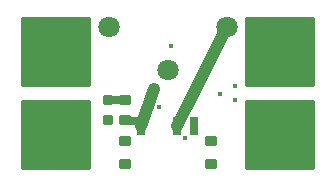
<source format=gtl>
G04*
G04 #@! TF.GenerationSoftware,Altium Limited,Altium Designer,21.9.2 (33)*
G04*
G04 Layer_Physical_Order=1*
G04 Layer_Color=255*
%FSLAX25Y25*%
%MOIN*%
G70*
G04*
G04 #@! TF.SameCoordinates,E2E37F34-45BF-43D2-A38E-C68E023C1027*
G04*
G04*
G04 #@! TF.FilePolarity,Positive*
G04*
G01*
G75*
G04:AMPARAMS|DCode=14|XSize=27.56mil|YSize=59.06mil|CornerRadius=1.38mil|HoleSize=0mil|Usage=FLASHONLY|Rotation=0.000|XOffset=0mil|YOffset=0mil|HoleType=Round|Shape=RoundedRectangle|*
%AMROUNDEDRECTD14*
21,1,0.02756,0.05630,0,0,0.0*
21,1,0.02480,0.05906,0,0,0.0*
1,1,0.00276,0.01240,-0.02815*
1,1,0.00276,-0.01240,-0.02815*
1,1,0.00276,-0.01240,0.02815*
1,1,0.00276,0.01240,0.02815*
%
%ADD14ROUNDEDRECTD14*%
G04:AMPARAMS|DCode=15|XSize=39.37mil|YSize=31.5mil|CornerRadius=1.58mil|HoleSize=0mil|Usage=FLASHONLY|Rotation=0.000|XOffset=0mil|YOffset=0mil|HoleType=Round|Shape=RoundedRectangle|*
%AMROUNDEDRECTD15*
21,1,0.03937,0.02835,0,0,0.0*
21,1,0.03622,0.03150,0,0,0.0*
1,1,0.00315,0.01811,-0.01417*
1,1,0.00315,-0.01811,-0.01417*
1,1,0.00315,-0.01811,0.01417*
1,1,0.00315,0.01811,0.01417*
%
%ADD15ROUNDEDRECTD15*%
G04:AMPARAMS|DCode=16|XSize=31.5mil|YSize=31.5mil|CornerRadius=3.94mil|HoleSize=0mil|Usage=FLASHONLY|Rotation=270.000|XOffset=0mil|YOffset=0mil|HoleType=Round|Shape=RoundedRectangle|*
%AMROUNDEDRECTD16*
21,1,0.03150,0.02362,0,0,270.0*
21,1,0.02362,0.03150,0,0,270.0*
1,1,0.00787,-0.01181,-0.01181*
1,1,0.00787,-0.01181,0.01181*
1,1,0.00787,0.01181,0.01181*
1,1,0.00787,0.01181,-0.01181*
%
%ADD16ROUNDEDRECTD16*%
G04:AMPARAMS|DCode=17|XSize=39.37mil|YSize=35.43mil|CornerRadius=4.43mil|HoleSize=0mil|Usage=FLASHONLY|Rotation=180.000|XOffset=0mil|YOffset=0mil|HoleType=Round|Shape=RoundedRectangle|*
%AMROUNDEDRECTD17*
21,1,0.03937,0.02657,0,0,180.0*
21,1,0.03051,0.03543,0,0,180.0*
1,1,0.00886,-0.01526,0.01329*
1,1,0.00886,0.01526,0.01329*
1,1,0.00886,0.01526,-0.01329*
1,1,0.00886,-0.01526,-0.01329*
%
%ADD17ROUNDEDRECTD17*%
%ADD25C,0.03937*%
%ADD26C,0.02756*%
G04:AMPARAMS|DCode=27|XSize=236.22mil|YSize=236.22mil|CornerRadius=11.81mil|HoleSize=0mil|Usage=FLASHONLY|Rotation=180.000|XOffset=0mil|YOffset=0mil|HoleType=Round|Shape=RoundedRectangle|*
%AMROUNDEDRECTD27*
21,1,0.23622,0.21260,0,0,180.0*
21,1,0.21260,0.23622,0,0,180.0*
1,1,0.02362,-0.10630,0.10630*
1,1,0.02362,0.10630,0.10630*
1,1,0.02362,0.10630,-0.10630*
1,1,0.02362,-0.10630,-0.10630*
%
%ADD27ROUNDEDRECTD27*%
%ADD28C,0.07087*%
%ADD29C,0.01772*%
D14*
X58858Y15551D02*
D03*
X52953D02*
D03*
X41142D02*
D03*
D15*
X64370Y10492D02*
D03*
Y2894D02*
D03*
X35630Y10492D02*
D03*
Y2894D02*
D03*
D16*
X30118Y24213D02*
D03*
Y17520D02*
D03*
D17*
X35630Y24311D02*
D03*
Y17618D02*
D03*
D25*
X55040Y19680D02*
G03*
X55036Y19672I2578J-1314D01*
G01*
X41142Y15551D02*
X45276Y27756D01*
X41142Y15551D02*
X41142Y15551D01*
X52953Y15551D02*
X55036Y19672D01*
X55040Y19680D02*
X69685Y48425D01*
D26*
X41142Y17126D02*
X41142Y15551D01*
X30118Y24213D02*
X30315Y24216D01*
X35039D02*
X35630Y24311D01*
X30315Y24216D02*
X35039D01*
X36220Y17224D02*
X41142Y17126D01*
X35630Y17618D02*
X36220Y17224D01*
D27*
X12598Y40157D02*
D03*
X87402D02*
D03*
X12598Y12598D02*
D03*
X87402Y12598D02*
D03*
D28*
X50000Y34252D02*
D03*
X69685Y48425D02*
D03*
X30315D02*
D03*
D29*
X47146Y21925D02*
D03*
X72441Y28937D02*
D03*
X51181Y42126D02*
D03*
X55709Y11614D02*
D03*
X64370Y10492D02*
D03*
Y2894D02*
D03*
X35630D02*
D03*
Y10492D02*
D03*
X45276Y27756D02*
D03*
X30118Y17520D02*
D03*
X72441Y24213D02*
D03*
X67224Y26378D02*
D03*
M02*

</source>
